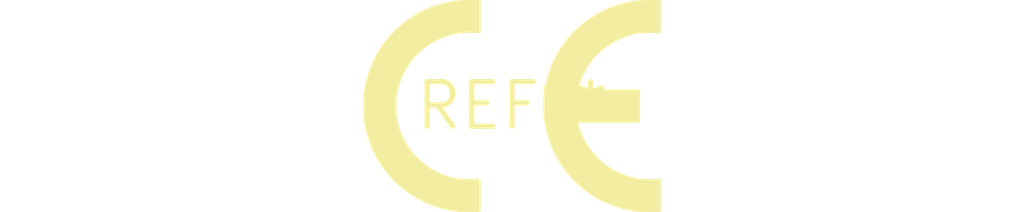
<source format=kicad_pcb>
(kicad_pcb (version 20240108) (generator pcbnew)
  (layers (0 "F.Cu" signal) (31 "B.Cu" signal) (34 "B.Paste" user) (35 "F.Paste" user) (36 "B.SilkS" user "B.Silkscreen") (37 "F.SilkS" user "F.Silkscreen") (38 "B.Mask" user) (39 "F.Mask" user) (44 "Edge.Cuts" user))
  (net 0 "")
  (footprint "CE-Logo_8.5x6mm_SilkScreen" (layer "F.Cu") (at 0 0)
    (property "Reference" "REF**")
    (property "Value" "CE-Logo_8.5x6mm_SilkScreen")
    (fp_poly (pts (xy -1.060813 -3.015685) (xy -0.99633 -3.014025) (xy -0.949697 -3.011055) (xy -0.929349 -3.007912) (xy -0.899583 -2.999935) (xy -0.899583 -2.07947) (xy -1.109119 -2.086741) (xy -1.318953 -2.086477) (xy -1.513141 -2.069618) (xy -1.69758 -2.034925) (xy -1.878168 -1.981161) (xy -2.060803 -1.907089) (xy -2.136511 -1.871121) (xy -2.317062 -1.772023) (xy -2.479702 -1.660674) (xy -2.632099 -1.531592) (xy -2.691378 -1.474295) (xy -2.848015 -1.299139) (xy -2.983527 -1.10848) (xy -3.097234 -0.903606) (xy -3.188456 -0.685807) (xy -3.256515 -0.456371) (xy -3.276674 -0.363803) (xy -3.288823 -0.279756) (xy -3.296934 -0.176766) (xy -3.301015 -0.062035) (xy -3.301074 0.057234) (xy -3.297116 0.173837) (xy -3.289149 0.280571) (xy -3.277181 0.370233) (xy -3.275943 0.377031) (xy -3.220089 0.605759) (xy -3.140701 0.823965) (xy -3.039069 1.030177) (xy -2.916478 1.222928) (xy -2.774219 1.400748) (xy -2.613579 1.562168) (xy -2.435845 1.705719) (xy -2.242307 1.829931) (xy -2.034252 1.933336) (xy -1.850763 2.002535) (xy -1.747623 2.034118) (xy -1.652893 2.058129) (xy -1.56013 2.075463) (xy -1.462894 2.087016) (xy -1.354742 2.09368) (xy -1.229233 2.096352) (xy -1.174089 2.096504) (xy -0.899583 2.096186) (xy -0.899583 3.013164) (xy -0.929349 3.021141) (xy -0.954749 3.024138) (xy -1.001744 3.026203) (xy -1.06549 3.027382) (xy -1.141142 3.027723) (xy -1.223854 3.027274) (xy -1.308783 3.026083) (xy -1.391083 3.024197) (xy -1.465909 3.021663) (xy -1.528417 3.018531) (xy -1.573762 3.014847) (xy -1.574271 3.014789) (xy -1.687271 2.998341) (xy -1.814872 2.973706) (xy -1.947338 2.943083) (xy -2.074934 2.908667) (xy -2.156016 2.883536) (xy -2.420553 2.782498) (xy -2.671277 2.659513) (xy -2.907195 2.515777) (xy -3.12732 2.352487) (xy -3.33066 2.170838) (xy -3.516227 1.972026) (xy -3.68303 1.757247) (xy -3.830079 1.527698) (xy -3.956385 1.284573) (xy -4.060958 1.02907) (xy -4.142808 0.762383) (xy -4.200945 0.485709) (xy -4.214162 0.396875) (xy -4.222618 0.312107) (xy -4.228437 0.208118) (xy -4.231618 0.092009) (xy -4.232161 -0.029113) (xy -4.230066 -0.148146) (xy -4.225334 -0.257986) (xy -4.217963 -0.351528) (xy -4.214162 -0.383646) (xy -4.163241 -0.666294) (xy -4.087795 -0.939386) (xy -3.988081 -1.202286) (xy -3.864354 -1.454363) (xy -3.716872 -1.694983) (xy -3.638048 -1.805782) (xy -3.45977 -2.023277) (xy -3.263767 -2.221656) (xy -3.051402 -2.400118) (xy -2.824041 -2.557867) (xy -2.583047 -2.694103) (xy -2.329787 -2.808029) (xy -2.065623 -2.898847) (xy -1.791921 -2.965759) (xy -1.60112 -2.997187) (xy -1.548646 -3.00251) (xy -1.479782 -3.00707) (xy -1.399419 -3.010788) (xy -1.31245 -3.013587) (xy -1.223764 -3.015388) (xy -1.138255 -3.016113) (xy -1.060813 -3.015685)) (layer "F.SilkS") (stroke (width 0.01)) (fill solid))
    (fp_poly (pts (xy 4.233335 -2.083594) (xy 3.938985 -2.083305) (xy 3.83701 -2.08288) (xy 3.756355 -2.081592) (xy 3.691888 -2.079086) (xy 3.638476 -2.075004) (xy 3.590988 -2.068992) (xy 3.544289 -2.060692) (xy 3.510389 -2.053564) (xy 3.280549 -1.990246) (xy 3.061232 -1.903988) (xy 2.854201 -1.795991) (xy 2.66122 -1.667456) (xy 2.484049 -1.519582) (xy 2.324453 -1.35357) (xy 2.184193 -1.170621) (xy 2.159554 -1.133551) (xy 2.107756 -1.046598) (xy 2.054855 -0.94518) (xy 2.003836 -0.836134) (xy 1.957682 -0.726298) (xy 1.919375 -0.622512) (xy 1.891898 -0.531612) (xy 1.885804 -0.506016) (xy 1.876439 -0.463021) (xy 3.638021 -0.463021) (xy 3.638021 0.47625) (xy 1.876439 0.47625) (xy 1.885804 0.519244) (xy 1.910864 0.610611) (xy 1.948352 0.716469) (xy 1.995185 0.829878) (xy 2.048282 0.943892) (xy 2.10456 1.051569) (xy 2.160936 1.145967) (xy 2.170392 1.160319) (xy 2.314134 1.351791) (xy 2.475333 1.52363) (xy 2.65299 1.675163) (xy 2.846109 1.805719) (xy 3.053691 1.914624) (xy 3.274738 2.001206) (xy 3.508255 2.064794) (xy 3.513956 2.066021) (xy 3.566538 2.076622) (xy 3.614958 2.084513) (xy 3.664609 2.090078) (xy 3.720881 2.093702) (xy 3.789168 2.095769) (xy 3.874859 2.096664) (xy 3.945599 2.096799) (xy 4.233333 2.096776) (xy 4.233333 3.029479) (xy 3.945599 3.027762) (xy 3.853624 3.026709) (xy 3.763891 3.024766) (xy 3.682158 3.022126) (xy 3.614179 3.018981) (xy 3.565711 3.015526) (xy 3.558646 3.014789) (xy 3.333237 2.978594) (xy 3.101386 2.921376) (xy 2.869425 2.845284) (xy 2.643685 2.752465) (xy 2.430499 2.645068) (xy 2.374697 2.613135) (xy 2.211156 2.507667) (xy 2.045214 2.383545) (xy 1.883427 2.246431) (xy 1.73235 2.101982) (xy 1.59854 1.955859) (xy 1.561993 1.911607) (xy 1.400673 1.690012) (xy 1.259348 1.452378) (xy 1.139025 1.201089) (xy 1.040711 0.938532) (xy 0.965412 0.667092) (xy 0.914135 0.389155) (xy 0.91159 0.370416) (xy 0.904641 0.298751) (xy 0.899708 0.208046) (xy 0.896792 0.104923) (xy 0.895895 -0.003991) (xy 0.897019 -0.112075) (xy 0.900166 -0.212702) (xy 0.905338 -0.299248) (xy 0.911383 -0.357188) (xy 0.963339 -0.642106) (xy 1.038569 -0.917646) (xy 1.136391 -1.182191) (xy 1.256121 -1.434123) (xy 1.397076 -1.671823) (xy 1.558573 -1.893675) (xy 1.561993 -1.897921) (xy 1.74228 -2.100879) (xy 1.941422 -2.287344) (xy 2.156973 -2.455786) (xy 2.386485 -2.604675) (xy 2.627509 -2.732483) (xy 2.8776 -2.837678) (xy 3.134309 -2.918733) (xy 3.234619 -2.943231) (xy 3.35853 -2.969062) (xy 3.4737 -2.988408) (xy 3.58752 -3.002019) (xy 3.707385 -3.010644) (xy 3.840687 -3.015032) (xy 3.952213 -3.015992) (xy 4.233333 -3.01625) (xy 4.233335 -2.083594)) (layer "F.SilkS") (stroke (width 0.01)) (fill solid))
  )
)
</source>
